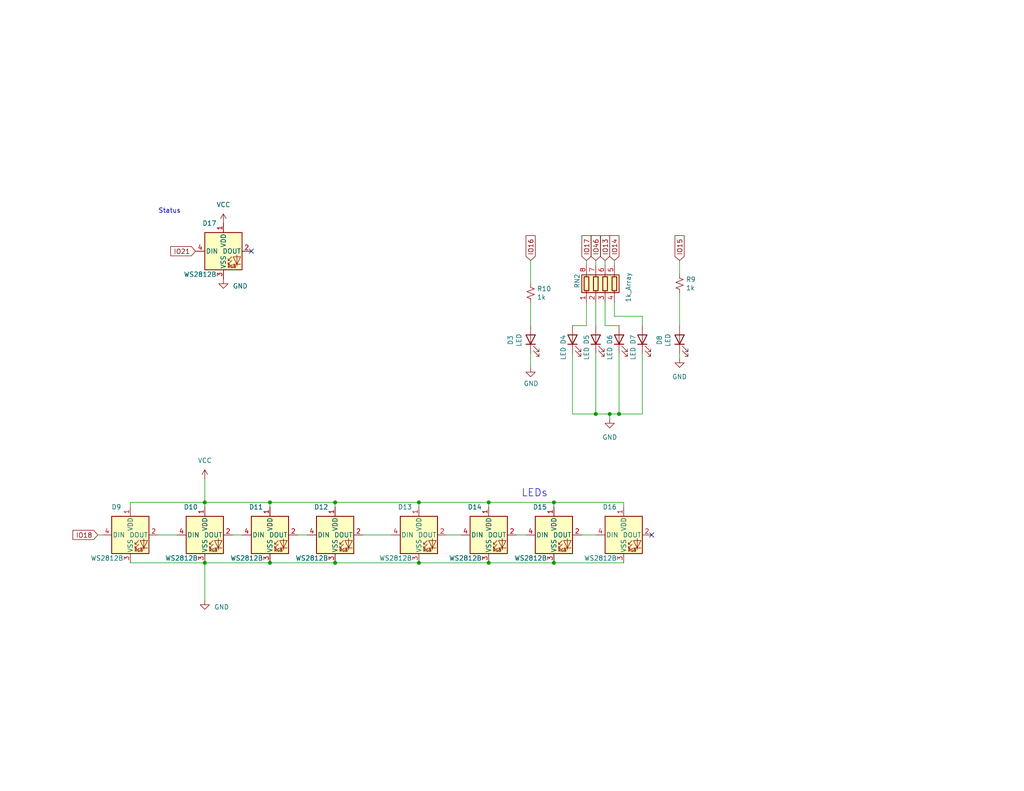
<source format=kicad_sch>
(kicad_sch
	(version 20250114)
	(generator "eeschema")
	(generator_version "9.0")
	(uuid "1aae15da-574e-489b-934d-fee7c2413f85")
	(paper "USLetter")
	(title_block
		(title "CactusCon")
		(date "2024-11-23")
		(rev "v2.2")
		(company "BadgePirates")
		(comment 1 "SPI TFT w/Touch")
		(comment 2 "Lipo Charger / 14500 Battery x2 / Fuel Guage")
		(comment 3 "USB to Serial Connector / MicroSD / Buzzer")
		(comment 4 "ESP32-S3 WROOM (WIFI/BTLE) - N16")
	)
	
	(text "LEDs"
		(exclude_from_sim no)
		(at 142.24 135.89 0)
		(effects
			(font
				(size 2.0066 2.0066)
			)
			(justify left bottom)
		)
		(uuid "6361b275-74c3-4205-9261-4bf97cce27ad")
	)
	(text "Status\n"
		(exclude_from_sim no)
		(at 43.18 58.42 0)
		(effects
			(font
				(size 1.27 1.27)
			)
			(justify left bottom)
		)
		(uuid "a14e45d2-329c-4f95-83d9-e4cc24918c0d")
	)
	(junction
		(at 55.88 153.67)
		(diameter 0)
		(color 0 0 0 0)
		(uuid "0226c4b0-d5c6-4af1-a22b-2e3e7b67af56")
	)
	(junction
		(at 151.13 153.67)
		(diameter 0)
		(color 0 0 0 0)
		(uuid "024ddac0-cedc-4874-be6b-a8121b04321a")
	)
	(junction
		(at 133.35 153.67)
		(diameter 0)
		(color 0 0 0 0)
		(uuid "17246025-ec7c-4a77-99c2-25bef6ca1aa0")
	)
	(junction
		(at 151.13 137.16)
		(diameter 0)
		(color 0 0 0 0)
		(uuid "1bb894e6-dd26-495d-a986-e01b4c13bf35")
	)
	(junction
		(at 114.3 153.67)
		(diameter 0)
		(color 0 0 0 0)
		(uuid "3482e039-5b28-4354-9b62-26e4a7b1d180")
	)
	(junction
		(at 55.88 137.16)
		(diameter 0)
		(color 0 0 0 0)
		(uuid "387c63ee-ac71-4b8c-bcad-8ecfc304799a")
	)
	(junction
		(at 114.3 137.16)
		(diameter 0)
		(color 0 0 0 0)
		(uuid "394d8dfd-b06f-47ef-81f1-357073823232")
	)
	(junction
		(at 168.91 113.03)
		(diameter 0)
		(color 0 0 0 0)
		(uuid "5dfa0894-2b99-4865-89d0-bcea4daf4c83")
	)
	(junction
		(at 73.66 137.16)
		(diameter 0)
		(color 0 0 0 0)
		(uuid "66cbcf7a-6014-4d7e-8845-6646f5c8262b")
	)
	(junction
		(at 162.56 113.03)
		(diameter 0)
		(color 0 0 0 0)
		(uuid "75a0f671-2c19-4aee-a150-da3fda0519c4")
	)
	(junction
		(at 73.66 153.67)
		(diameter 0)
		(color 0 0 0 0)
		(uuid "788e2ef5-3cd7-4c4b-9a51-25007413a91b")
	)
	(junction
		(at 166.37 113.03)
		(diameter 0)
		(color 0 0 0 0)
		(uuid "85b7c1f5-2975-4462-b7a8-9ca1645b6063")
	)
	(junction
		(at 91.44 153.67)
		(diameter 0)
		(color 0 0 0 0)
		(uuid "9164d13a-1257-4adc-8b31-87d953f54e11")
	)
	(junction
		(at 91.44 137.16)
		(diameter 0)
		(color 0 0 0 0)
		(uuid "e074303d-08f7-461b-bfec-c0e35ad52392")
	)
	(junction
		(at 133.35 137.16)
		(diameter 0)
		(color 0 0 0 0)
		(uuid "e7149169-484f-497a-95a3-a4a5ef6d02b7")
	)
	(no_connect
		(at 68.58 68.58)
		(uuid "c7557867-f622-4600-a220-e713514a34c7")
	)
	(no_connect
		(at 177.8 146.05)
		(uuid "cf729896-a1c0-4b17-b9dc-b4d727226a99")
	)
	(wire
		(pts
			(xy 55.88 153.67) (xy 55.88 163.83)
		)
		(stroke
			(width 0)
			(type default)
		)
		(uuid "028a2f15-cb96-47c7-9c8a-6fefff419a2a")
	)
	(wire
		(pts
			(xy 162.56 96.52) (xy 162.56 113.03)
		)
		(stroke
			(width 0)
			(type default)
		)
		(uuid "02e5d93b-7912-4aee-ad95-7623fb8082ed")
	)
	(wire
		(pts
			(xy 175.26 88.9) (xy 175.26 86.36)
		)
		(stroke
			(width 0)
			(type default)
		)
		(uuid "031b7128-9674-4121-a4fc-c31895e91d8e")
	)
	(wire
		(pts
			(xy 144.78 96.52) (xy 144.78 100.33)
		)
		(stroke
			(width 0)
			(type default)
		)
		(uuid "0a79f3c6-20a1-43aa-9ff2-971d7c6ab2c4")
	)
	(wire
		(pts
			(xy 158.75 146.05) (xy 162.56 146.05)
		)
		(stroke
			(width 0)
			(type default)
		)
		(uuid "0cffe7b6-e6fd-434a-94b9-5af82beaaf81")
	)
	(wire
		(pts
			(xy 55.88 153.67) (xy 35.56 153.67)
		)
		(stroke
			(width 0)
			(type default)
		)
		(uuid "0ecbfaaa-0b1a-4a49-b5ce-d2ebedcd2f12")
	)
	(wire
		(pts
			(xy 81.28 146.05) (xy 83.82 146.05)
		)
		(stroke
			(width 0)
			(type default)
		)
		(uuid "0f237d71-48b7-4612-8dce-34790a6af502")
	)
	(wire
		(pts
			(xy 55.88 153.67) (xy 73.66 153.67)
		)
		(stroke
			(width 0)
			(type default)
		)
		(uuid "0f67d3bb-7fa1-4d20-8a8d-7fd8b996d6e7")
	)
	(wire
		(pts
			(xy 160.02 71.12) (xy 160.02 72.39)
		)
		(stroke
			(width 0)
			(type default)
		)
		(uuid "19b8dc70-a678-4681-800f-09449fc7dc6c")
	)
	(wire
		(pts
			(xy 151.13 137.16) (xy 151.13 138.43)
		)
		(stroke
			(width 0)
			(type default)
		)
		(uuid "1a715a69-ad30-403b-9fec-4566a82cafc3")
	)
	(wire
		(pts
			(xy 133.35 137.16) (xy 151.13 137.16)
		)
		(stroke
			(width 0)
			(type default)
		)
		(uuid "1aff6eb3-ca63-42f6-a1d5-80e076558459")
	)
	(wire
		(pts
			(xy 55.88 130.81) (xy 55.88 137.16)
		)
		(stroke
			(width 0)
			(type default)
		)
		(uuid "1e488dbd-3940-4c2b-9e1c-720c8a6a1642")
	)
	(wire
		(pts
			(xy 91.44 137.16) (xy 114.3 137.16)
		)
		(stroke
			(width 0)
			(type default)
		)
		(uuid "23ba2f8a-0c8f-431c-b9b5-2fffd5a29509")
	)
	(wire
		(pts
			(xy 35.56 137.16) (xy 35.56 138.43)
		)
		(stroke
			(width 0)
			(type default)
		)
		(uuid "26cd7ba8-1a38-4df6-a119-6a2cfca163f8")
	)
	(wire
		(pts
			(xy 114.3 137.16) (xy 114.3 138.43)
		)
		(stroke
			(width 0)
			(type default)
		)
		(uuid "26fe151a-e863-4018-8602-c587ce1c1762")
	)
	(wire
		(pts
			(xy 185.42 71.12) (xy 185.42 74.93)
		)
		(stroke
			(width 0)
			(type default)
		)
		(uuid "29551cff-3c6f-4bb9-b18b-12002027cf0d")
	)
	(wire
		(pts
			(xy 168.91 113.03) (xy 166.37 113.03)
		)
		(stroke
			(width 0)
			(type default)
		)
		(uuid "2ab68a8f-0fcd-4d9a-a7ad-d9f164359e39")
	)
	(wire
		(pts
			(xy 55.88 137.16) (xy 73.66 137.16)
		)
		(stroke
			(width 0)
			(type default)
		)
		(uuid "2ada67d2-2369-4849-9404-de9e67b810f4")
	)
	(wire
		(pts
			(xy 165.1 71.12) (xy 165.1 72.39)
		)
		(stroke
			(width 0)
			(type default)
		)
		(uuid "3ba6bd84-d51c-4277-9724-371f45d3a415")
	)
	(wire
		(pts
			(xy 162.56 71.12) (xy 162.56 72.39)
		)
		(stroke
			(width 0)
			(type default)
		)
		(uuid "3e5b3f9a-af86-4dc4-8153-d706f1e10887")
	)
	(wire
		(pts
			(xy 170.18 137.16) (xy 170.18 138.43)
		)
		(stroke
			(width 0)
			(type default)
		)
		(uuid "42dae6ef-6651-41d1-aa04-8f35f09dac4b")
	)
	(wire
		(pts
			(xy 151.13 137.16) (xy 170.18 137.16)
		)
		(stroke
			(width 0)
			(type default)
		)
		(uuid "48cd7a70-6ff2-4631-b1e1-326d1375ccd7")
	)
	(wire
		(pts
			(xy 166.37 114.3) (xy 166.37 113.03)
		)
		(stroke
			(width 0)
			(type default)
		)
		(uuid "4a23c411-2e14-4ecb-a29e-14070887eda3")
	)
	(wire
		(pts
			(xy 99.06 146.05) (xy 106.68 146.05)
		)
		(stroke
			(width 0)
			(type default)
		)
		(uuid "51961859-4dd8-44b3-bcf8-df169a010127")
	)
	(wire
		(pts
			(xy 156.21 113.03) (xy 162.56 113.03)
		)
		(stroke
			(width 0)
			(type default)
		)
		(uuid "53bb848b-13cc-43e7-aefd-a67b59780eac")
	)
	(wire
		(pts
			(xy 55.88 137.16) (xy 55.88 138.43)
		)
		(stroke
			(width 0)
			(type default)
		)
		(uuid "59b8bb26-1702-4a13-8f32-c46c41dc51ec")
	)
	(wire
		(pts
			(xy 167.64 86.36) (xy 167.64 82.55)
		)
		(stroke
			(width 0)
			(type default)
		)
		(uuid "59cd2944-c888-43a7-84fd-fa94342356f1")
	)
	(wire
		(pts
			(xy 133.35 153.67) (xy 151.13 153.67)
		)
		(stroke
			(width 0)
			(type default)
		)
		(uuid "5a53d180-ff1d-413a-9dc1-88a73b8586bf")
	)
	(wire
		(pts
			(xy 144.78 71.12) (xy 144.78 77.47)
		)
		(stroke
			(width 0)
			(type default)
		)
		(uuid "6a3faea0-c72b-4b68-9d8b-ced9576e9907")
	)
	(wire
		(pts
			(xy 151.13 153.67) (xy 170.18 153.67)
		)
		(stroke
			(width 0)
			(type default)
		)
		(uuid "6ffe1a30-0b27-4597-beef-d9a4fc6311b4")
	)
	(wire
		(pts
			(xy 160.02 88.9) (xy 160.02 82.55)
		)
		(stroke
			(width 0)
			(type default)
		)
		(uuid "7bb17687-d064-4363-aa37-27e8f7db9142")
	)
	(wire
		(pts
			(xy 156.21 88.9) (xy 160.02 88.9)
		)
		(stroke
			(width 0)
			(type default)
		)
		(uuid "7f1870bf-0b92-4c85-a492-60a659781c19")
	)
	(wire
		(pts
			(xy 73.66 137.16) (xy 91.44 137.16)
		)
		(stroke
			(width 0)
			(type default)
		)
		(uuid "80fb091f-5b2c-4fee-bd2a-9907d9fd078e")
	)
	(wire
		(pts
			(xy 168.91 96.52) (xy 168.91 113.03)
		)
		(stroke
			(width 0)
			(type default)
		)
		(uuid "864c5e9b-d5a3-4545-bf62-a39f709ae801")
	)
	(wire
		(pts
			(xy 26.67 146.05) (xy 27.94 146.05)
		)
		(stroke
			(width 0)
			(type default)
		)
		(uuid "86e23df8-cc8f-4bf3-8086-bff99a13cb48")
	)
	(wire
		(pts
			(xy 73.66 137.16) (xy 73.66 138.43)
		)
		(stroke
			(width 0)
			(type default)
		)
		(uuid "8bf34b9f-4501-42ca-aa24-6b09da441b3e")
	)
	(wire
		(pts
			(xy 162.56 88.9) (xy 162.56 82.55)
		)
		(stroke
			(width 0)
			(type default)
		)
		(uuid "9716f7a9-223b-4493-8bde-60d91df0b317")
	)
	(wire
		(pts
			(xy 121.92 146.05) (xy 125.73 146.05)
		)
		(stroke
			(width 0)
			(type default)
		)
		(uuid "9f4979a0-16f8-480d-bb84-4bb0760f015f")
	)
	(wire
		(pts
			(xy 165.1 88.9) (xy 165.1 82.55)
		)
		(stroke
			(width 0)
			(type default)
		)
		(uuid "a64755a9-cea5-4b41-bf76-a4f4aa8bd324")
	)
	(wire
		(pts
			(xy 175.26 96.52) (xy 175.26 113.03)
		)
		(stroke
			(width 0)
			(type default)
		)
		(uuid "ac1963d5-2a6a-470e-af9b-9735a47cd6e3")
	)
	(wire
		(pts
			(xy 140.97 146.05) (xy 143.51 146.05)
		)
		(stroke
			(width 0)
			(type default)
		)
		(uuid "b9da30a0-1b2c-4839-b742-981243999c54")
	)
	(wire
		(pts
			(xy 43.18 146.05) (xy 48.26 146.05)
		)
		(stroke
			(width 0)
			(type default)
		)
		(uuid "b9f3b3f7-81a5-43ca-8ad4-5388fbd20b3f")
	)
	(wire
		(pts
			(xy 156.21 96.52) (xy 156.21 113.03)
		)
		(stroke
			(width 0)
			(type default)
		)
		(uuid "c07b7e91-b5e2-4d63-aae4-ff9ebbb04514")
	)
	(wire
		(pts
			(xy 133.35 137.16) (xy 133.35 138.43)
		)
		(stroke
			(width 0)
			(type default)
		)
		(uuid "c6b9124f-8772-4f09-aa39-f2eaec6c4d1d")
	)
	(wire
		(pts
			(xy 91.44 153.67) (xy 114.3 153.67)
		)
		(stroke
			(width 0)
			(type default)
		)
		(uuid "c793d637-e2e8-42e6-acd0-b1ee4bfc88dc")
	)
	(wire
		(pts
			(xy 162.56 113.03) (xy 166.37 113.03)
		)
		(stroke
			(width 0)
			(type default)
		)
		(uuid "c86e94bf-0aa2-4e98-aeb0-2b164585a6e6")
	)
	(wire
		(pts
			(xy 185.42 80.01) (xy 185.42 88.9)
		)
		(stroke
			(width 0)
			(type default)
		)
		(uuid "ca7eb1cd-6839-463d-ba96-b37c69c74191")
	)
	(wire
		(pts
			(xy 63.5 146.05) (xy 66.04 146.05)
		)
		(stroke
			(width 0)
			(type default)
		)
		(uuid "cf985f20-3f0e-4352-9b42-1fb22db8b47e")
	)
	(wire
		(pts
			(xy 185.42 96.52) (xy 185.42 97.79)
		)
		(stroke
			(width 0)
			(type default)
		)
		(uuid "da564293-58e1-4bcf-8a51-7d22a1db8de7")
	)
	(wire
		(pts
			(xy 114.3 153.67) (xy 133.35 153.67)
		)
		(stroke
			(width 0)
			(type default)
		)
		(uuid "db865b79-05b3-4747-b080-62aacb477552")
	)
	(wire
		(pts
			(xy 73.66 153.67) (xy 91.44 153.67)
		)
		(stroke
			(width 0)
			(type default)
		)
		(uuid "df4cd7af-e3f9-4892-9e72-3e956ed6b6d7")
	)
	(wire
		(pts
			(xy 55.88 137.16) (xy 35.56 137.16)
		)
		(stroke
			(width 0)
			(type default)
		)
		(uuid "e5b5e3f5-c7dd-49c2-aad1-742b598f5102")
	)
	(wire
		(pts
			(xy 175.26 86.36) (xy 167.64 86.36)
		)
		(stroke
			(width 0)
			(type default)
		)
		(uuid "e5b66469-9b3d-4089-92fd-958176b9307c")
	)
	(wire
		(pts
			(xy 144.78 88.9) (xy 144.78 82.55)
		)
		(stroke
			(width 0)
			(type default)
		)
		(uuid "e5ea80e6-d26c-429e-807a-c3b010cce02c")
	)
	(wire
		(pts
			(xy 91.44 138.43) (xy 91.44 137.16)
		)
		(stroke
			(width 0)
			(type default)
		)
		(uuid "e6f73f4e-adb5-495a-ba9a-21c7aa32690b")
	)
	(wire
		(pts
			(xy 167.64 71.12) (xy 167.64 72.39)
		)
		(stroke
			(width 0)
			(type default)
		)
		(uuid "e79e6aef-11f4-484d-8419-b76277b7b1c8")
	)
	(wire
		(pts
			(xy 114.3 137.16) (xy 133.35 137.16)
		)
		(stroke
			(width 0)
			(type default)
		)
		(uuid "f688f554-c732-4653-8409-8c891dcffacb")
	)
	(wire
		(pts
			(xy 168.91 88.9) (xy 165.1 88.9)
		)
		(stroke
			(width 0)
			(type default)
		)
		(uuid "f6d5593a-9f3a-45e1-add2-32e8122db588")
	)
	(wire
		(pts
			(xy 168.91 113.03) (xy 175.26 113.03)
		)
		(stroke
			(width 0)
			(type default)
		)
		(uuid "ff2bc85f-69b4-4e9f-a424-fe7392265cc0")
	)
	(global_label "IO13"
		(shape input)
		(at 165.1 71.12 90)
		(fields_autoplaced yes)
		(effects
			(font
				(size 1.27 1.27)
			)
			(justify left)
		)
		(uuid "05add9e3-1b9d-455a-ba73-4430522b786f")
		(property "Intersheetrefs" "${INTERSHEET_REFS}"
			(at 165.0206 64.3526 90)
			(effects
				(font
					(size 1.27 1.27)
				)
				(justify left)
				(hide yes)
			)
		)
	)
	(global_label "IO46"
		(shape input)
		(at 162.56 71.12 90)
		(fields_autoplaced yes)
		(effects
			(font
				(size 1.27 1.27)
			)
			(justify left)
		)
		(uuid "3dc09077-0dae-4b1d-ab27-2b56fa4a35ee")
		(property "Intersheetrefs" "${INTERSHEET_REFS}"
			(at 162.56 64.4347 90)
			(effects
				(font
					(size 1.27 1.27)
				)
				(justify left)
				(hide yes)
			)
		)
	)
	(global_label "IO15"
		(shape input)
		(at 185.42 71.12 90)
		(fields_autoplaced yes)
		(effects
			(font
				(size 1.27 1.27)
			)
			(justify left)
		)
		(uuid "4863bad9-723e-4556-b6cd-613efe61a394")
		(property "Intersheetrefs" "${INTERSHEET_REFS}"
			(at 185.42 64.5141 90)
			(effects
				(font
					(size 1.27 1.27)
				)
				(justify left)
				(hide yes)
			)
		)
	)
	(global_label "IO16"
		(shape input)
		(at 144.78 71.12 90)
		(fields_autoplaced yes)
		(effects
			(font
				(size 1.27 1.27)
			)
			(justify left)
		)
		(uuid "9c3e9c74-8752-49ae-88f6-3b8652ee2678")
		(property "Intersheetrefs" "${INTERSHEET_REFS}"
			(at 144.78 64.4347 90)
			(effects
				(font
					(size 1.27 1.27)
				)
				(justify left)
				(hide yes)
			)
		)
	)
	(global_label "IO17"
		(shape input)
		(at 160.02 71.12 90)
		(fields_autoplaced yes)
		(effects
			(font
				(size 1.27 1.27)
			)
			(justify left)
		)
		(uuid "a5bd57a1-1952-4eb5-837a-b363b3c94dd1")
		(property "Intersheetrefs" "${INTERSHEET_REFS}"
			(at 160.02 64.4347 90)
			(effects
				(font
					(size 1.27 1.27)
				)
				(justify left)
				(hide yes)
			)
		)
	)
	(global_label "IO18"
		(shape input)
		(at 26.67 146.05 180)
		(fields_autoplaced yes)
		(effects
			(font
				(size 1.27 1.27)
			)
			(justify right)
		)
		(uuid "af635e36-b0b7-48c7-9baf-5b6d3c56989f")
		(property "Intersheetrefs" "${INTERSHEET_REFS}"
			(at 19.9026 145.9706 0)
			(effects
				(font
					(size 1.27 1.27)
				)
				(justify right)
				(hide yes)
			)
		)
	)
	(global_label "IO21"
		(shape input)
		(at 53.34 68.58 180)
		(fields_autoplaced yes)
		(effects
			(font
				(size 1.27 1.27)
			)
			(justify right)
		)
		(uuid "b44e5f57-7d39-454c-adca-b3c225f73e52")
		(property "Intersheetrefs" "${INTERSHEET_REFS}"
			(at 46.6547 68.58 0)
			(effects
				(font
					(size 1.27 1.27)
				)
				(justify right)
				(hide yes)
			)
		)
	)
	(global_label "IO14"
		(shape input)
		(at 167.64 71.12 90)
		(fields_autoplaced yes)
		(effects
			(font
				(size 1.27 1.27)
			)
			(justify left)
		)
		(uuid "d874dc34-7ac9-40aa-98c4-5d9013bb56cb")
		(property "Intersheetrefs" "${INTERSHEET_REFS}"
			(at 167.64 64.5141 90)
			(effects
				(font
					(size 1.27 1.27)
				)
				(justify left)
				(hide yes)
			)
		)
	)
	(symbol
		(lib_id "BadgePirates:LED_RGB_WS2812B")
		(at 55.88 146.05 0)
		(unit 1)
		(exclude_from_sim no)
		(in_bom yes)
		(on_board yes)
		(dnp no)
		(uuid "04be021e-a3c6-4a0e-8216-dcb665946119")
		(property "Reference" "D10"
			(at 52.07 138.43 0)
			(effects
				(font
					(size 1.27 1.27)
				)
			)
		)
		(property "Value" "WS2812B"
			(at 49.53 152.4 0)
			(effects
				(font
					(size 1.27 1.27)
				)
			)
		)
		(property "Footprint" "BadgePirates:LED_WS2812B_PLCC4_5.0x5.0mm_P3.2mm"
			(at 57.15 153.67 0)
			(effects
				(font
					(size 1.27 1.27)
				)
				(justify left top)
				(hide yes)
			)
		)
		(property "Datasheet" "https://cdn-shop.adafruit.com/datasheets/WS2812B.pdf"
			(at 58.42 155.575 0)
			(effects
				(font
					(size 1.27 1.27)
				)
				(justify left top)
				(hide yes)
			)
		)
		(property "Description" ""
			(at 55.88 146.05 0)
			(effects
				(font
					(size 1.27 1.27)
				)
				(hide yes)
			)
		)
		(property "OrderURL" ""
			(at 55.88 146.05 0)
			(effects
				(font
					(size 1.27 1.27)
				)
				(hide yes)
			)
		)
		(property "MFG" "Worldsemi"
			(at 55.88 146.05 0)
			(effects
				(font
					(size 1.27 1.27)
				)
				(hide yes)
			)
		)
		(property "MFG_PN" "WS2812B-B/T"
			(at 55.88 146.05 0)
			(effects
				(font
					(size 1.27 1.27)
				)
				(hide yes)
			)
		)
		(property "Vendor1" "LCSC"
			(at 55.88 146.05 0)
			(effects
				(font
					(size 1.27 1.27)
				)
				(hide yes)
			)
		)
		(property "Vendor1_PN" "C2761795"
			(at 55.88 146.05 0)
			(effects
				(font
					(size 1.27 1.27)
				)
				(hide yes)
			)
		)
		(property "Vendor1_URL" "https://www.lcsc.com/product-detail/Light-Emitting-Diodes-LED_Worldsemi-WS2812B-B-T_C2761795.html"
			(at 55.88 146.05 0)
			(effects
				(font
					(size 1.27 1.27)
				)
				(hide yes)
			)
		)
		(pin "1"
			(uuid "137430cf-8918-4d50-ba72-a221f7f5193d")
		)
		(pin "2"
			(uuid "d224b598-6780-4ef0-be91-26150ec7d03f")
		)
		(pin "3"
			(uuid "355bdeaf-18b8-4716-860e-a52c973c89bf")
		)
		(pin "4"
			(uuid "5525fcb5-b63a-4eb7-9a9b-b970b9db37b2")
		)
		(instances
			(project "Project-RTV"
				(path "/76a22395-5d2d-4f66-8191-432f65fdc4ac/3c34205f-0c14-4e66-b000-3f846d3d7657"
					(reference "D10")
					(unit 1)
				)
			)
		)
	)
	(symbol
		(lib_id "power:VCC")
		(at 55.88 130.81 0)
		(unit 1)
		(exclude_from_sim no)
		(in_bom yes)
		(on_board yes)
		(dnp no)
		(fields_autoplaced yes)
		(uuid "08cc2da0-ad97-47b6-8319-6e845c866458")
		(property "Reference" "#PWR019"
			(at 55.88 134.62 0)
			(effects
				(font
					(size 1.27 1.27)
				)
				(hide yes)
			)
		)
		(property "Value" "VCC"
			(at 55.88 125.73 0)
			(effects
				(font
					(size 1.27 1.27)
				)
			)
		)
		(property "Footprint" ""
			(at 55.88 130.81 0)
			(effects
				(font
					(size 1.27 1.27)
				)
				(hide yes)
			)
		)
		(property "Datasheet" ""
			(at 55.88 130.81 0)
			(effects
				(font
					(size 1.27 1.27)
				)
				(hide yes)
			)
		)
		(property "Description" ""
			(at 55.88 130.81 0)
			(effects
				(font
					(size 1.27 1.27)
				)
				(hide yes)
			)
		)
		(pin "1"
			(uuid "0490d943-da65-49ca-b96f-344f0929e059")
		)
		(instances
			(project "Project-RTV"
				(path "/76a22395-5d2d-4f66-8191-432f65fdc4ac/3c34205f-0c14-4e66-b000-3f846d3d7657"
					(reference "#PWR019")
					(unit 1)
				)
			)
		)
	)
	(symbol
		(lib_id "BadgePirates:LED_RGB_WS2812B")
		(at 73.66 146.05 0)
		(unit 1)
		(exclude_from_sim no)
		(in_bom yes)
		(on_board yes)
		(dnp no)
		(uuid "19f31c2f-da1c-4fdf-9cc9-eb442a644924")
		(property "Reference" "D11"
			(at 69.85 138.43 0)
			(effects
				(font
					(size 1.27 1.27)
				)
			)
		)
		(property "Value" "WS2812B"
			(at 67.31 152.4 0)
			(effects
				(font
					(size 1.27 1.27)
				)
			)
		)
		(property "Footprint" "BadgePirates:LED_WS2812B_PLCC4_5.0x5.0mm_P3.2mm"
			(at 74.93 153.67 0)
			(effects
				(font
					(size 1.27 1.27)
				)
				(justify left top)
				(hide yes)
			)
		)
		(property "Datasheet" "https://cdn-shop.adafruit.com/datasheets/WS2812B.pdf"
			(at 76.2 155.575 0)
			(effects
				(font
					(size 1.27 1.27)
				)
				(justify left top)
				(hide yes)
			)
		)
		(property "Description" ""
			(at 73.66 146.05 0)
			(effects
				(font
					(size 1.27 1.27)
				)
				(hide yes)
			)
		)
		(property "OrderURL" ""
			(at 73.66 146.05 0)
			(effects
				(font
					(size 1.27 1.27)
				)
				(hide yes)
			)
		)
		(property "MFG" "Worldsemi"
			(at 73.66 146.05 0)
			(effects
				(font
					(size 1.27 1.27)
				)
				(hide yes)
			)
		)
		(property "MFG_PN" "WS2812B-B/T"
			(at 73.66 146.05 0)
			(effects
				(font
					(size 1.27 1.27)
				)
				(hide yes)
			)
		)
		(property "Vendor1" "LCSC"
			(at 73.66 146.05 0)
			(effects
				(font
					(size 1.27 1.27)
				)
				(hide yes)
			)
		)
		(property "Vendor1_PN" "C2761795"
			(at 73.66 146.05 0)
			(effects
				(font
					(size 1.27 1.27)
				)
				(hide yes)
			)
		)
		(property "Vendor1_URL" "https://www.lcsc.com/product-detail/Light-Emitting-Diodes-LED_Worldsemi-WS2812B-B-T_C2761795.html"
			(at 73.66 146.05 0)
			(effects
				(font
					(size 1.27 1.27)
				)
				(hide yes)
			)
		)
		(pin "1"
			(uuid "225a5879-45ce-4d77-900a-c7fa472b944b")
		)
		(pin "2"
			(uuid "a91bbe2b-02ae-4123-907c-64e0d8f6a212")
		)
		(pin "3"
			(uuid "4b9d2ae6-034a-40f0-947c-85ad524fba90")
		)
		(pin "4"
			(uuid "499dd61e-22a2-4d2e-bc8d-445c23c16426")
		)
		(instances
			(project "Project-RTV"
				(path "/76a22395-5d2d-4f66-8191-432f65fdc4ac/3c34205f-0c14-4e66-b000-3f846d3d7657"
					(reference "D11")
					(unit 1)
				)
			)
		)
	)
	(symbol
		(lib_id "BadgePirates:LED_Yellow_ReverseMount_Gullwing")
		(at 168.91 92.71 90)
		(unit 1)
		(exclude_from_sim no)
		(in_bom yes)
		(on_board yes)
		(dnp no)
		(uuid "1d9f44ba-19ad-4754-a745-138f73133be8")
		(property "Reference" "D6"
			(at 166.37 92.71 0)
			(effects
				(font
					(size 1.27 1.27)
				)
			)
		)
		(property "Value" "LED"
			(at 166.37 96.52 0)
			(effects
				(font
					(size 1.27 1.27)
				)
			)
		)
		(property "Footprint" "BadgePirates:LED_Osram_Lx_P47F_D2mm_ReverseMount_Proper_Mask Only"
			(at 168.91 92.71 0)
			(effects
				(font
					(size 1.27 1.27)
				)
				(hide yes)
			)
		)
		(property "Datasheet" "https://www.mouser.com/datasheet/2/216/AA3528SYCKT09-1602219.pdf"
			(at 168.91 92.71 0)
			(effects
				(font
					(size 1.27 1.27)
				)
				(hide yes)
			)
		)
		(property "Description" ""
			(at 168.91 92.71 0)
			(effects
				(font
					(size 1.27 1.27)
				)
				(hide yes)
			)
		)
		(property "OrderURL" ""
			(at 168.91 92.71 0)
			(effects
				(font
					(size 1.27 1.27)
				)
				(hide yes)
			)
		)
		(property "MFG" "KingBright"
			(at 168.91 92.71 0)
			(effects
				(font
					(size 1.27 1.27)
				)
				(hide yes)
			)
		)
		(property "MFG_PN" "AA3528SYCKT09"
			(at 168.91 92.71 0)
			(effects
				(font
					(size 1.27 1.27)
				)
				(hide yes)
			)
		)
		(property "Vendor1" "Mouser"
			(at 168.91 92.71 0)
			(effects
				(font
					(size 1.27 1.27)
				)
				(hide yes)
			)
		)
		(property "Vendor1_PN" "604-AA3528SYCKT09"
			(at 168.91 92.71 0)
			(effects
				(font
					(size 1.27 1.27)
				)
				(hide yes)
			)
		)
		(property "Vendor1_URL" "https://www.mouser.com/ProductDetail/Kingbright/AA3528SYCKT09?qs=PzGy0jfpSMsmUm0ELhsFuQ%3D%3D"
			(at 168.91 92.71 0)
			(effects
				(font
					(size 1.27 1.27)
				)
				(hide yes)
			)
		)
		(pin "1"
			(uuid "38fb5134-36da-49e7-8255-73623b822ca7")
		)
		(pin "2"
			(uuid "0a6446c6-9c39-4a59-9f3c-1d52cb002056")
		)
		(instances
			(project "Project-RTV"
				(path "/76a22395-5d2d-4f66-8191-432f65fdc4ac/3c34205f-0c14-4e66-b000-3f846d3d7657"
					(reference "D6")
					(unit 1)
				)
			)
		)
	)
	(symbol
		(lib_id "BadgePirates:R_1k_1206")
		(at 185.42 77.47 0)
		(unit 1)
		(exclude_from_sim no)
		(in_bom yes)
		(on_board yes)
		(dnp no)
		(uuid "1dda0978-7c1e-4984-ad63-a85c08b4f7e7")
		(property "Reference" "R9"
			(at 187.1472 76.3016 0)
			(effects
				(font
					(size 1.27 1.27)
				)
				(justify left)
			)
		)
		(property "Value" "1k"
			(at 187.1472 78.613 0)
			(effects
				(font
					(size 1.27 1.27)
				)
				(justify left)
			)
		)
		(property "Footprint" "BadgePirates:R_1206_3216Metric"
			(at 185.42 77.47 0)
			(effects
				(font
					(size 1.27 1.27)
				)
				(hide yes)
			)
		)
		(property "Datasheet" "https://datasheet.lcsc.com/lcsc/1810231210_YAGEO-RC1206FR-071KL_C131398.pdf"
			(at 185.42 77.47 0)
			(effects
				(font
					(size 1.27 1.27)
				)
				(hide yes)
			)
		)
		(property "Description" ""
			(at 185.42 77.47 0)
			(effects
				(font
					(size 1.27 1.27)
				)
				(hide yes)
			)
		)
		(property "OrderURL" ""
			(at 185.42 77.47 0)
			(effects
				(font
					(size 1.27 1.27)
				)
				(hide yes)
			)
		)
		(property "MFG" "YAGEO"
			(at 185.42 77.47 0)
			(effects
				(font
					(size 1.27 1.27)
				)
				(hide yes)
			)
		)
		(property "MFG_PN" "RC1206FR-071KL"
			(at 185.42 77.47 0)
			(effects
				(font
					(size 1.27 1.27)
				)
				(hide yes)
			)
		)
		(property "Vendor1" "LCSC"
			(at 185.42 77.47 0)
			(effects
				(font
					(size 1.27 1.27)
				)
				(hide yes)
			)
		)
		(property "Vendor1_PN" "C131398"
			(at 185.42 77.47 0)
			(effects
				(font
					(size 1.27 1.27)
				)
				(hide yes)
			)
		)
		(property "Vendor1_URL" "https://www.lcsc.com/product-detail/Chip-Resistor-Surface-Mount_YAGEO-RC1206FR-071KL_C131398.html"
			(at 185.42 77.47 0)
			(effects
				(font
					(size 1.27 1.27)
				)
				(hide yes)
			)
		)
		(pin "1"
			(uuid "846fead1-b3ab-4567-ae37-0089ea8afb82")
		)
		(pin "2"
			(uuid "cb9dcd0b-9def-4e49-92b0-6def6f2318aa")
		)
		(instances
			(project "Project-RTV"
				(path "/76a22395-5d2d-4f66-8191-432f65fdc4ac/3c34205f-0c14-4e66-b000-3f846d3d7657"
					(reference "R9")
					(unit 1)
				)
			)
		)
	)
	(symbol
		(lib_id "BadgePirates:LED_RGB_WS2812B")
		(at 170.18 146.05 0)
		(unit 1)
		(exclude_from_sim no)
		(in_bom yes)
		(on_board yes)
		(dnp no)
		(uuid "1df6043d-ef93-4d42-8ed0-23785306ec8d")
		(property "Reference" "D16"
			(at 166.37 138.43 0)
			(effects
				(font
					(size 1.27 1.27)
				)
			)
		)
		(property "Value" "WS2812B"
			(at 163.83 152.4 0)
			(effects
				(font
					(size 1.27 1.27)
				)
			)
		)
		(property "Footprint" "BadgePirates:LED_WS2812B_PLCC4_5.0x5.0mm_P3.2mm"
			(at 171.45 153.67 0)
			(effects
				(font
					(size 1.27 1.27)
				)
				(justify left top)
				(hide yes)
			)
		)
		(property "Datasheet" "https://cdn-shop.adafruit.com/datasheets/WS2812B.pdf"
			(at 172.72 155.575 0)
			(effects
				(font
					(size 1.27 1.27)
				)
				(justify left top)
				(hide yes)
			)
		)
		(property "Description" ""
			(at 170.18 146.05 0)
			(effects
				(font
					(size 1.27 1.27)
				)
				(hide yes)
			)
		)
		(property "OrderURL" ""
			(at 170.18 146.05 0)
			(effects
				(font
					(size 1.27 1.27)
				)
				(hide yes)
			)
		)
		(property "MFG" "Worldsemi"
			(at 170.18 146.05 0)
			(effects
				(font
					(size 1.27 1.27)
				)
				(hide yes)
			)
		)
		(property "MFG_PN" "WS2812B-B/T"
			(at 170.18 146.05 0)
			(effects
				(font
					(size 1.27 1.27)
				)
				(hide yes)
			)
		)
		(property "Vendor1" "LCSC"
			(at 170.18 146.05 0)
			(effects
				(font
					(size 1.27 1.27)
				)
				(hide yes)
			)
		)
		(property "Vendor1_PN" "C2761795"
			(at 170.18 146.05 0)
			(effects
				(font
					(size 1.27 1.27)
				)
				(hide yes)
			)
		)
		(property "Vendor1_URL" "https://www.lcsc.com/product-detail/Light-Emitting-Diodes-LED_Worldsemi-WS2812B-B-T_C2761795.html"
			(at 170.18 146.05 0)
			(effects
				(font
					(size 1.27 1.27)
				)
				(hide yes)
			)
		)
		(pin "1"
			(uuid "11f08e91-7c61-4330-88cb-09d609505533")
		)
		(pin "2"
			(uuid "7d98bbac-3795-41a8-86e3-814ba4784c62")
		)
		(pin "3"
			(uuid "e54050c4-cf0a-45ec-b9e0-e7910ae17054")
		)
		(pin "4"
			(uuid "d2d268fa-c289-4c29-8bf4-d588abfbeb81")
		)
		(instances
			(project "CC14"
				(path "/76a22395-5d2d-4f66-8191-432f65fdc4ac/3c34205f-0c14-4e66-b000-3f846d3d7657"
					(reference "D16")
					(unit 1)
				)
			)
		)
	)
	(symbol
		(lib_id "power:GND")
		(at 60.96 76.2 0)
		(unit 1)
		(exclude_from_sim no)
		(in_bom yes)
		(on_board yes)
		(dnp no)
		(fields_autoplaced yes)
		(uuid "2062c743-43d0-4d02-bfa8-b6f6b2f3aaa7")
		(property "Reference" "#PWR036"
			(at 60.96 82.55 0)
			(effects
				(font
					(size 1.27 1.27)
				)
				(hide yes)
			)
		)
		(property "Value" "GND"
			(at 63.5 78.105 0)
			(effects
				(font
					(size 1.27 1.27)
				)
				(justify left)
			)
		)
		(property "Footprint" ""
			(at 60.96 76.2 0)
			(effects
				(font
					(size 1.27 1.27)
				)
				(hide yes)
			)
		)
		(property "Datasheet" ""
			(at 60.96 76.2 0)
			(effects
				(font
					(size 1.27 1.27)
				)
				(hide yes)
			)
		)
		(property "Description" ""
			(at 60.96 76.2 0)
			(effects
				(font
					(size 1.27 1.27)
				)
				(hide yes)
			)
		)
		(pin "1"
			(uuid "b7374bbd-8f0e-4d37-8a2b-da3e81c5e0f6")
		)
		(instances
			(project "Project-RTV"
				(path "/76a22395-5d2d-4f66-8191-432f65fdc4ac/3c34205f-0c14-4e66-b000-3f846d3d7657"
					(reference "#PWR036")
					(unit 1)
				)
			)
		)
	)
	(symbol
		(lib_id "BadgePirates:LED_Yellow_ReverseMount_Gullwing")
		(at 185.42 92.71 90)
		(unit 1)
		(exclude_from_sim no)
		(in_bom yes)
		(on_board yes)
		(dnp no)
		(uuid "22bc14f2-8f2a-456f-be25-4ce76e55a941")
		(property "Reference" "D8"
			(at 179.9082 92.8878 0)
			(effects
				(font
					(size 1.27 1.27)
				)
			)
		)
		(property "Value" "LED"
			(at 182.2196 92.8878 0)
			(effects
				(font
					(size 1.27 1.27)
				)
			)
		)
		(property "Footprint" "BadgePirates:LED_Osram_Lx_P47F_D2mm_ReverseMount_Proper_Mask Only"
			(at 185.42 92.71 0)
			(effects
				(font
					(size 1.27 1.27)
				)
				(hide yes)
			)
		)
		(property "Datasheet" "https://www.mouser.com/datasheet/2/216/AA3528SYCKT09-1602219.pdf"
			(at 185.42 92.71 0)
			(effects
				(font
					(size 1.27 1.27)
				)
				(hide yes)
			)
		)
		(property "Description" ""
			(at 185.42 92.71 0)
			(effects
				(font
					(size 1.27 1.27)
				)
				(hide yes)
			)
		)
		(property "OrderURL" ""
			(at 185.42 92.71 0)
			(effects
				(font
					(size 1.27 1.27)
				)
				(hide yes)
			)
		)
		(property "MFG" "KingBright"
			(at 185.42 92.71 0)
			(effects
				(font
					(size 1.27 1.27)
				)
				(hide yes)
			)
		)
		(property "MFG_PN" "AA3528SYCKT09"
			(at 185.42 92.71 0)
			(effects
				(font
					(size 1.27 1.27)
				)
				(hide yes)
			)
		)
		(property "Vendor1" "Mouser"
			(at 185.42 92.71 0)
			(effects
				(font
					(size 1.27 1.27)
				)
				(hide yes)
			)
		)
		(property "Vendor1_PN" "604-AA3528SYCKT09"
			(at 185.42 92.71 0)
			(effects
				(font
					(size 1.27 1.27)
				)
				(hide yes)
			)
		)
		(property "Vendor1_URL" "https://www.mouser.com/ProductDetail/Kingbright/AA3528SYCKT09?qs=PzGy0jfpSMsmUm0ELhsFuQ%3D%3D"
			(at 185.42 92.71 0)
			(effects
				(font
					(size 1.27 1.27)
				)
				(hide yes)
			)
		)
		(pin "1"
			(uuid "97a6a157-25e3-4488-9c07-d3ca00ad024d")
		)
		(pin "2"
			(uuid "9f8f810d-7609-491d-84a5-34a8d372ef10")
		)
		(instances
			(project "Project-RTV"
				(path "/76a22395-5d2d-4f66-8191-432f65fdc4ac/3c34205f-0c14-4e66-b000-3f846d3d7657"
					(reference "D8")
					(unit 1)
				)
			)
		)
	)
	(symbol
		(lib_id "BadgePirates:R_1k_1206")
		(at 144.78 80.01 0)
		(unit 1)
		(exclude_from_sim no)
		(in_bom yes)
		(on_board yes)
		(dnp no)
		(uuid "2889baec-ef88-4413-9372-e55340e81b47")
		(property "Reference" "R10"
			(at 146.5072 78.8416 0)
			(effects
				(font
					(size 1.27 1.27)
				)
				(justify left)
			)
		)
		(property "Value" "1k"
			(at 146.5072 81.153 0)
			(effects
				(font
					(size 1.27 1.27)
				)
				(justify left)
			)
		)
		(property "Footprint" "BadgePirates:R_1206_3216Metric"
			(at 144.78 80.01 0)
			(effects
				(font
					(size 1.27 1.27)
				)
				(hide yes)
			)
		)
		(property "Datasheet" "https://datasheet.lcsc.com/lcsc/1810231210_YAGEO-RC1206FR-071KL_C131398.pdf"
			(at 144.78 80.01 0)
			(effects
				(font
					(size 1.27 1.27)
				)
				(hide yes)
			)
		)
		(property "Description" ""
			(at 144.78 80.01 0)
			(effects
				(font
					(size 1.27 1.27)
				)
				(hide yes)
			)
		)
		(property "OrderURL" ""
			(at 144.78 80.01 0)
			(effects
				(font
					(size 1.27 1.27)
				)
				(hide yes)
			)
		)
		(property "MFG" "YAGEO"
			(at 144.78 80.01 0)
			(effects
				(font
					(size 1.27 1.27)
				)
				(hide yes)
			)
		)
		(property "MFG_PN" "RC1206FR-071KL"
			(at 144.78 80.01 0)
			(effects
				(font
					(size 1.27 1.27)
				)
				(hide yes)
			)
		)
		(property "Vendor1" "LCSC"
			(at 144.78 80.01 0)
			(effects
				(font
					(size 1.27 1.27)
				)
				(hide yes)
			)
		)
		(property "Vendor1_PN" "C131398"
			(at 144.78 80.01 0)
			(effects
				(font
					(size 1.27 1.27)
				)
				(hide yes)
			)
		)
		(property "Vendor1_URL" "https://www.lcsc.com/product-detail/Chip-Resistor-Surface-Mount_YAGEO-RC1206FR-071KL_C131398.html"
			(at 144.78 80.01 0)
			(effects
				(font
					(size 1.27 1.27)
				)
				(hide yes)
			)
		)
		(pin "1"
			(uuid "ef314626-4012-4de6-a731-5c44a0624b64")
		)
		(pin "2"
			(uuid "2c4a17d8-110a-4321-9614-7333dc0e7ad0")
		)
		(instances
			(project "Project-RTV"
				(path "/76a22395-5d2d-4f66-8191-432f65fdc4ac/3c34205f-0c14-4e66-b000-3f846d3d7657"
					(reference "R10")
					(unit 1)
				)
			)
		)
	)
	(symbol
		(lib_id "Device:LED")
		(at 144.78 92.71 90)
		(unit 1)
		(exclude_from_sim no)
		(in_bom yes)
		(on_board yes)
		(dnp no)
		(uuid "3be04726-798f-4c5b-b8af-ba102a2fcf03")
		(property "Reference" "D3"
			(at 139.2682 92.8878 0)
			(effects
				(font
					(size 1.27 1.27)
				)
			)
		)
		(property "Value" "LED"
			(at 141.5796 92.8878 0)
			(effects
				(font
					(size 1.27 1.27)
				)
			)
		)
		(property "Footprint" "BadgePirates:LED_Osram_Lx_P47F_D2mm_ReverseMount_Proper_Mask Only"
			(at 144.78 92.71 0)
			(effects
				(font
					(size 1.27 1.27)
				)
				(hide yes)
			)
		)
		(property "Datasheet" "https://www.mouser.com/datasheet/2/216/AA3528SYCKT09-1602219.pdf"
			(at 144.78 92.71 0)
			(effects
				(font
					(size 1.27 1.27)
				)
				(hide yes)
			)
		)
		(property "Description" ""
			(at 144.78 92.71 0)
			(effects
				(font
					(size 1.27 1.27)
				)
				(hide yes)
			)
		)
		(property "OrderURL" ""
			(at 144.78 92.71 0)
			(effects
				(font
					(size 1.27 1.27)
				)
				(hide yes)
			)
		)
		(property "MFG" "KingBright"
			(at 144.78 92.71 0)
			(effects
				(font
					(size 1.27 1.27)
				)
				(hide yes)
			)
		)
		(property "MFG_PN" "AA3528SYCKT09"
			(at 144.78 92.71 0)
			(effects
				(font
					(size 1.27 1.27)
				)
				(hide yes)
			)
		)
		(property "Vendor1" "Mouser"
			(at 144.78 92.71 0)
			(effects
				(font
					(size 1.27 1.27)
				)
				(hide yes)
			)
		)
		(property "Vendor1_PN" "604-AA3528SYCKT09"
			(at 144.78 92.71 0)
			(effects
				(font
					(size 1.27 1.27)
				)
				(hide yes)
			)
		)
		(property "Vendor1_URL" "https://www.mouser.com/ProductDetail/Kingbright/AA3528SYCKT09?qs=PzGy0jfpSMsmUm0ELhsFuQ%3D%3D"
			(at 144.78 92.71 0)
			(effects
				(font
					(size 1.27 1.27)
				)
				(hide yes)
			)
		)
		(pin "1"
			(uuid "320a7008-9dcb-4572-a71c-80b6edda1cea")
		)
		(pin "2"
			(uuid "613f62db-ffa5-43fa-923f-32cf8e0cc076")
		)
		(instances
			(project "Project-RTV"
				(path "/76a22395-5d2d-4f66-8191-432f65fdc4ac/3c34205f-0c14-4e66-b000-3f846d3d7657"
					(reference "D3")
					(unit 1)
				)
			)
		)
	)
	(symbol
		(lib_name "GND_1")
		(lib_id "power:GND")
		(at 185.42 97.79 0)
		(unit 1)
		(exclude_from_sim no)
		(in_bom yes)
		(on_board yes)
		(dnp no)
		(fields_autoplaced yes)
		(uuid "3d55d875-e69a-468d-9590-4aedf4c7ae0f")
		(property "Reference" "#PWR046"
			(at 185.42 104.14 0)
			(effects
				(font
					(size 1.27 1.27)
				)
				(hide yes)
			)
		)
		(property "Value" "GND"
			(at 185.42 102.87 0)
			(effects
				(font
					(size 1.27 1.27)
				)
			)
		)
		(property "Footprint" ""
			(at 185.42 97.79 0)
			(effects
				(font
					(size 1.27 1.27)
				)
				(hide yes)
			)
		)
		(property "Datasheet" ""
			(at 185.42 97.79 0)
			(effects
				(font
					(size 1.27 1.27)
				)
				(hide yes)
			)
		)
		(property "Description" ""
			(at 185.42 97.79 0)
			(effects
				(font
					(size 1.27 1.27)
				)
				(hide yes)
			)
		)
		(pin "1"
			(uuid "370dac72-fe9d-4fc7-99f6-5eac54a89645")
		)
		(instances
			(project "Project-RTV"
				(path "/76a22395-5d2d-4f66-8191-432f65fdc4ac/3c34205f-0c14-4e66-b000-3f846d3d7657"
					(reference "#PWR046")
					(unit 1)
				)
			)
		)
	)
	(symbol
		(lib_id "power:GND")
		(at 144.78 100.33 0)
		(unit 1)
		(exclude_from_sim no)
		(in_bom yes)
		(on_board yes)
		(dnp no)
		(uuid "4e1e6aa2-5a83-450d-be00-e63ec1811168")
		(property "Reference" "#PWR021"
			(at 144.78 106.68 0)
			(effects
				(font
					(size 1.27 1.27)
				)
				(hide yes)
			)
		)
		(property "Value" "GND"
			(at 144.907 104.7242 0)
			(effects
				(font
					(size 1.27 1.27)
				)
			)
		)
		(property "Footprint" ""
			(at 144.78 100.33 0)
			(effects
				(font
					(size 1.27 1.27)
				)
				(hide yes)
			)
		)
		(property "Datasheet" ""
			(at 144.78 100.33 0)
			(effects
				(font
					(size 1.27 1.27)
				)
				(hide yes)
			)
		)
		(property "Description" ""
			(at 144.78 100.33 0)
			(effects
				(font
					(size 1.27 1.27)
				)
				(hide yes)
			)
		)
		(pin "1"
			(uuid "7ce1b314-5cb2-441f-8b7b-a3d5c8f1095c")
		)
		(instances
			(project "Project-RTV"
				(path "/76a22395-5d2d-4f66-8191-432f65fdc4ac/3c34205f-0c14-4e66-b000-3f846d3d7657"
					(reference "#PWR021")
					(unit 1)
				)
			)
		)
	)
	(symbol
		(lib_id "BadgePirates:LED_RGB_WS2812B")
		(at 60.96 68.58 0)
		(unit 1)
		(exclude_from_sim no)
		(in_bom yes)
		(on_board yes)
		(dnp no)
		(uuid "69d6c782-96c8-4036-a2e2-3c32f8e3168d")
		(property "Reference" "D17"
			(at 57.15 60.96 0)
			(effects
				(font
					(size 1.27 1.27)
				)
			)
		)
		(property "Value" "WS2812B"
			(at 54.61 74.93 0)
			(effects
				(font
					(size 1.27 1.27)
				)
			)
		)
		(property "Footprint" "BadgePirates:LED_WS2812B_PLCC4_5.0x5.0mm_P3.2mm"
			(at 62.23 76.2 0)
			(effects
				(font
					(size 1.27 1.27)
				)
				(justify left top)
				(hide yes)
			)
		)
		(property "Datasheet" "https://cdn-shop.adafruit.com/datasheets/WS2812B.pdf"
			(at 63.5 78.105 0)
			(effects
				(font
					(size 1.27 1.27)
				)
				(justify left top)
				(hide yes)
			)
		)
		(property "Description" ""
			(at 60.96 68.58 0)
			(effects
				(font
					(size 1.27 1.27)
				)
				(hide yes)
			)
		)
		(property "OrderURL" ""
			(at 60.96 68.58 0)
			(effects
				(font
					(size 1.27 1.27)
				)
				(hide yes)
			)
		)
		(property "MFG" "Worldsemi"
			(at 60.96 68.58 0)
			(effects
				(font
					(size 1.27 1.27)
				)
				(hide yes)
			)
		)
		(property "MFG_PN" "WS2812B-B/T"
			(at 60.96 68.58 0)
			(effects
				(font
					(size 1.27 1.27)
				)
				(hide yes)
			)
		)
		(property "Vendor1" "LCSC"
			(at 60.96 68.58 0)
			(effects
				(font
					(size 1.27 1.27)
				)
				(hide yes)
			)
		)
		(property "Vendor1_PN" "C2761795"
			(at 60.96 68.58 0)
			(effects
				(font
					(size 1.27 1.27)
				)
				(hide yes)
			)
		)
		(property "Vendor1_URL" "https://www.lcsc.com/product-detail/Light-Emitting-Diodes-LED_Worldsemi-WS2812B-B-T_C2761795.html"
			(at 60.96 68.58 0)
			(effects
				(font
					(size 1.27 1.27)
				)
				(hide yes)
			)
		)
		(pin "1"
			(uuid "f2149e2e-8d51-416c-8859-ac57735f6b86")
		)
		(pin "2"
			(uuid "5c2db5eb-1c5f-415e-a6c4-721176f26855")
		)
		(pin "3"
			(uuid "dc1739f8-71bd-429b-9323-c8da7bc5bc8e")
		)
		(pin "4"
			(uuid "d2ee9e3f-f402-4a6f-889c-a174a9066bbf")
		)
		(instances
			(project "Project-RTV"
				(path "/76a22395-5d2d-4f66-8191-432f65fdc4ac/3c34205f-0c14-4e66-b000-3f846d3d7657"
					(reference "D17")
					(unit 1)
				)
			)
		)
	)
	(symbol
		(lib_id "BadgePirates:LED_RGB_WS2812B")
		(at 91.44 146.05 0)
		(unit 1)
		(exclude_from_sim no)
		(in_bom yes)
		(on_board yes)
		(dnp no)
		(uuid "70ec3259-143e-4cde-b511-d3f4e65182e5")
		(property "Reference" "D12"
			(at 87.63 138.43 0)
			(effects
				(font
					(size 1.27 1.27)
				)
			)
		)
		(property "Value" "WS2812B"
			(at 85.09 152.4 0)
			(effects
				(font
					(size 1.27 1.27)
				)
			)
		)
		(property "Footprint" "BadgePirates:LED_WS2812B_PLCC4_5.0x5.0mm_P3.2mm"
			(at 92.71 153.67 0)
			(effects
				(font
					(size 1.27 1.27)
				)
				(justify left top)
				(hide yes)
			)
		)
		(property "Datasheet" "https://cdn-shop.adafruit.com/datasheets/WS2812B.pdf"
			(at 93.98 155.575 0)
			(effects
				(font
					(size 1.27 1.27)
				)
				(justify left top)
				(hide yes)
			)
		)
		(property "Description" ""
			(at 91.44 146.05 0)
			(effects
				(font
					(size 1.27 1.27)
				)
				(hide yes)
			)
		)
		(property "OrderURL" ""
			(at 91.44 146.05 0)
			(effects
				(font
					(size 1.27 1.27)
				)
				(hide yes)
			)
		)
		(property "MFG" "Worldsemi"
			(at 91.44 146.05 0)
			(effects
				(font
					(size 1.27 1.27)
				)
				(hide yes)
			)
		)
		(property "MFG_PN" "WS2812B-B/T"
			(at 91.44 146.05 0)
			(effects
				(font
					(size 1.27 1.27)
				)
				(hide yes)
			)
		)
		(property "Vendor1" "LCSC"
			(at 91.44 146.05 0)
			(effects
				(font
					(size 1.27 1.27)
				)
				(hide yes)
			)
		)
		(property "Vendor1_PN" "C2761795"
			(at 91.44 146.05 0)
			(effects
				(font
					(size 1.27 1.27)
				)
				(hide yes)
			)
		)
		(property "Vendor1_URL" "https://www.lcsc.com/product-detail/Light-Emitting-Diodes-LED_Worldsemi-WS2812B-B-T_C2761795.html"
			(at 91.44 146.05 0)
			(effects
				(font
					(size 1.27 1.27)
				)
				(hide yes)
			)
		)
		(pin "1"
			(uuid "c96cf2b1-7d5f-44c6-b2ac-aba8461e0bd3")
		)
		(pin "2"
			(uuid "e585fbe9-679c-4bf8-8489-c1baf1f59b35")
		)
		(pin "3"
			(uuid "1008c95e-f04b-4345-8e11-dd2e0a9ec64e")
		)
		(pin "4"
			(uuid "f8a5502a-8511-480f-a03c-28642af4557e")
		)
		(instances
			(project "Project-RTV"
				(path "/76a22395-5d2d-4f66-8191-432f65fdc4ac/3c34205f-0c14-4e66-b000-3f846d3d7657"
					(reference "D12")
					(unit 1)
				)
			)
		)
	)
	(symbol
		(lib_id "power:VCC")
		(at 60.96 60.96 0)
		(unit 1)
		(exclude_from_sim no)
		(in_bom yes)
		(on_board yes)
		(dnp no)
		(fields_autoplaced yes)
		(uuid "8574c2e3-ef10-4d08-9fd7-bb3645b668d9")
		(property "Reference" "#PWR027"
			(at 60.96 64.77 0)
			(effects
				(font
					(size 1.27 1.27)
				)
				(hide yes)
			)
		)
		(property "Value" "VCC"
			(at 60.96 55.88 0)
			(effects
				(font
					(size 1.27 1.27)
				)
			)
		)
		(property "Footprint" ""
			(at 60.96 60.96 0)
			(effects
				(font
					(size 1.27 1.27)
				)
				(hide yes)
			)
		)
		(property "Datasheet" ""
			(at 60.96 60.96 0)
			(effects
				(font
					(size 1.27 1.27)
				)
				(hide yes)
			)
		)
		(property "Description" ""
			(at 60.96 60.96 0)
			(effects
				(font
					(size 1.27 1.27)
				)
				(hide yes)
			)
		)
		(pin "1"
			(uuid "37c4e768-a483-44c1-b69a-3cabbacdaee4")
		)
		(instances
			(project "Project-RTV"
				(path "/76a22395-5d2d-4f66-8191-432f65fdc4ac/3c34205f-0c14-4e66-b000-3f846d3d7657"
					(reference "#PWR027")
					(unit 1)
				)
			)
		)
	)
	(symbol
		(lib_id "BadgePirates:LED_Yellow_ReverseMount_Gullwing")
		(at 175.26 92.71 90)
		(unit 1)
		(exclude_from_sim no)
		(in_bom yes)
		(on_board yes)
		(dnp no)
		(uuid "86b2acea-d241-4631-8441-6888b117771d")
		(property "Reference" "D7"
			(at 172.72 92.71 0)
			(effects
				(font
					(size 1.27 1.27)
				)
			)
		)
		(property "Value" "LED"
			(at 172.72 96.52 0)
			(effects
				(font
					(size 1.27 1.27)
				)
			)
		)
		(property "Footprint" "BadgePirates:LED_Osram_Lx_P47F_D2mm_ReverseMount_Proper_Mask Only"
			(at 175.26 92.71 0)
			(effects
				(font
					(size 1.27 1.27)
				)
				(hide yes)
			)
		)
		(property "Datasheet" "https://www.mouser.com/datasheet/2/216/AA3528SYCKT09-1602219.pdf"
			(at 175.26 92.71 0)
			(effects
				(font
					(size 1.27 1.27)
				)
				(hide yes)
			)
		)
		(property "Description" ""
			(at 175.26 92.71 0)
			(effects
				(font
					(size 1.27 1.27)
				)
				(hide yes)
			)
		)
		(property "OrderURL" ""
			(at 175.26 92.71 0)
			(effects
				(font
					(size 1.27 1.27)
				)
				(hide yes)
			)
		)
		(property "MFG" "KingBright"
			(at 175.26 92.71 0)
			(effects
				(font
					(size 1.27 1.27)
				)
				(hide yes)
			)
		)
		(property "MFG_PN" "AA3528SYCKT09"
			(at 175.26 92.71 0)
			(effects
				(font
					(size 1.27 1.27)
				)
				(hide yes)
			)
		)
		(property "Vendor1" "Mouser"
			(at 175.26 92.71 0)
			(effects
				(font
					(size 1.27 1.27)
				)
				(hide yes)
			)
		)
		(property "Vendor1_PN" "604-AA3528SYCKT09"
			(at 175.26 92.71 0)
			(effects
				(font
					(size 1.27 1.27)
				)
				(hide yes)
			)
		)
		(property "Vendor1_URL" "https://www.mouser.com/ProductDetail/Kingbright/AA3528SYCKT09?qs=PzGy0jfpSMsmUm0ELhsFuQ%3D%3D"
			(at 175.26 92.71 0)
			(effects
				(font
					(size 1.27 1.27)
				)
				(hide yes)
			)
		)
		(pin "1"
			(uuid "f5f5cc21-4fb9-44e0-83bb-9a88ddd11f23")
		)
		(pin "2"
			(uuid "ab266d2c-5fef-4609-98fe-413a4ea1971d")
		)
		(instances
			(project "Project-RTV"
				(path "/76a22395-5d2d-4f66-8191-432f65fdc4ac/3c34205f-0c14-4e66-b000-3f846d3d7657"
					(reference "D7")
					(unit 1)
				)
			)
		)
	)
	(symbol
		(lib_id "BadgePirates:LED_RGB_WS2812B")
		(at 133.35 146.05 0)
		(unit 1)
		(exclude_from_sim no)
		(in_bom yes)
		(on_board yes)
		(dnp no)
		(uuid "9560ea76-c719-4b99-9ee5-674549e01099")
		(property "Reference" "D14"
			(at 129.54 138.43 0)
			(effects
				(font
					(size 1.27 1.27)
				)
			)
		)
		(property "Value" "WS2812B"
			(at 127 152.4 0)
			(effects
				(font
					(size 1.27 1.27)
				)
			)
		)
		(property "Footprint" "BadgePirates:LED_WS2812B_PLCC4_5.0x5.0mm_P3.2mm"
			(at 134.62 153.67 0)
			(effects
				(font
					(size 1.27 1.27)
				)
				(justify left top)
				(hide yes)
			)
		)
		(property "Datasheet" "https://cdn-shop.adafruit.com/datasheets/WS2812B.pdf"
			(at 135.89 155.575 0)
			(effects
				(font
					(size 1.27 1.27)
				)
				(justify left top)
				(hide yes)
			)
		)
		(property "Description" ""
			(at 133.35 146.05 0)
			(effects
				(font
					(size 1.27 1.27)
				)
				(hide yes)
			)
		)
		(property "OrderURL" ""
			(at 133.35 146.05 0)
			(effects
				(font
					(size 1.27 1.27)
				)
				(hide yes)
			)
		)
		(property "MFG" "Worldsemi"
			(at 133.35 146.05 0)
			(effects
				(font
					(size 1.27 1.27)
				)
				(hide yes)
			)
		)
		(property "MFG_PN" "WS2812B-B/T"
			(at 133.35 146.05 0)
			(effects
				(font
					(size 1.27 1.27)
				)
				(hide yes)
			)
		)
		(property "Vendor1" "LCSC"
			(at 133.35 146.05 0)
			(effects
				(font
					(size 1.27 1.27)
				)
				(hide yes)
			)
		)
		(property "Vendor1_PN" "C2761795"
			(at 133.35 146.05 0)
			(effects
				(font
					(size 1.27 1.27)
				)
				(hide yes)
			)
		)
		(property "Vendor1_URL" "https://www.lcsc.com/product-detail/Light-Emitting-Diodes-LED_Worldsemi-WS2812B-B-T_C2761795.html"
			(at 133.35 146.05 0)
			(effects
				(font
					(size 1.27 1.27)
				)
				(hide yes)
			)
		)
		(pin "1"
			(uuid "e6b1b578-26f9-45c1-aeb8-f0110b27b718")
		)
		(pin "2"
			(uuid "8e6e61fc-7fcf-4e3b-bdb3-e22317a128c0")
		)
		(pin "3"
			(uuid "24d869cf-1dfa-4285-9614-96102d02cdde")
		)
		(pin "4"
			(uuid "51dc98e5-e342-45ec-89d5-66935dd3366d")
		)
		(instances
			(project "Project-RTV"
				(path "/76a22395-5d2d-4f66-8191-432f65fdc4ac/3c34205f-0c14-4e66-b000-3f846d3d7657"
					(reference "D14")
					(unit 1)
				)
			)
		)
	)
	(symbol
		(lib_name "GND_1")
		(lib_id "power:GND")
		(at 166.37 114.3 0)
		(unit 1)
		(exclude_from_sim no)
		(in_bom yes)
		(on_board yes)
		(dnp no)
		(fields_autoplaced yes)
		(uuid "96ded2d1-029b-4742-ac6b-d848be0237c6")
		(property "Reference" "#PWR045"
			(at 166.37 120.65 0)
			(effects
				(font
					(size 1.27 1.27)
				)
				(hide yes)
			)
		)
		(property "Value" "GND"
			(at 166.37 119.38 0)
			(effects
				(font
					(size 1.27 1.27)
				)
			)
		)
		(property "Footprint" ""
			(at 166.37 114.3 0)
			(effects
				(font
					(size 1.27 1.27)
				)
				(hide yes)
			)
		)
		(property "Datasheet" ""
			(at 166.37 114.3 0)
			(effects
				(font
					(size 1.27 1.27)
				)
				(hide yes)
			)
		)
		(property "Description" ""
			(at 166.37 114.3 0)
			(effects
				(font
					(size 1.27 1.27)
				)
				(hide yes)
			)
		)
		(pin "1"
			(uuid "c56a8154-9ecb-485e-b00f-74c143cbbbe4")
		)
		(instances
			(project "Project-RTV"
				(path "/76a22395-5d2d-4f66-8191-432f65fdc4ac/3c34205f-0c14-4e66-b000-3f846d3d7657"
					(reference "#PWR045")
					(unit 1)
				)
			)
		)
	)
	(symbol
		(lib_id "BadgePirates:LED_RGB_WS2812B")
		(at 151.13 146.05 0)
		(unit 1)
		(exclude_from_sim no)
		(in_bom yes)
		(on_board yes)
		(dnp no)
		(uuid "b2e7c7ca-7182-442f-8541-35a8f0c8b423")
		(property "Reference" "D15"
			(at 147.32 138.43 0)
			(effects
				(font
					(size 1.27 1.27)
				)
			)
		)
		(property "Value" "WS2812B"
			(at 144.78 152.4 0)
			(effects
				(font
					(size 1.27 1.27)
				)
			)
		)
		(property "Footprint" "BadgePirates:LED_WS2812B_PLCC4_5.0x5.0mm_P3.2mm"
			(at 152.4 153.67 0)
			(effects
				(font
					(size 1.27 1.27)
				)
				(justify left top)
				(hide yes)
			)
		)
		(property "Datasheet" "https://cdn-shop.adafruit.com/datasheets/WS2812B.pdf"
			(at 153.67 155.575 0)
			(effects
				(font
					(size 1.27 1.27)
				)
				(justify left top)
				(hide yes)
			)
		)
		(property "Description" ""
			(at 151.13 146.05 0)
			(effects
				(font
					(size 1.27 1.27)
				)
				(hide yes)
			)
		)
		(property "OrderURL" ""
			(at 151.13 146.05 0)
			(effects
				(font
					(size 1.27 1.27)
				)
				(hide yes)
			)
		)
		(property "MFG" "Worldsemi"
			(at 151.13 146.05 0)
			(effects
				(font
					(size 1.27 1.27)
				)
				(hide yes)
			)
		)
		(property "MFG_PN" "WS2812B-B/T"
			(at 151.13 146.05 0)
			(effects
				(font
					(size 1.27 1.27)
				)
				(hide yes)
			)
		)
		(property "Vendor1" "LCSC"
			(at 151.13 146.05 0)
			(effects
				(font
					(size 1.27 1.27)
				)
				(hide yes)
			)
		)
		(property "Vendor1_PN" "C2761795"
			(at 151.13 146.05 0)
			(effects
				(font
					(size 1.27 1.27)
				)
				(hide yes)
			)
		)
		(property "Vendor1_URL" "https://www.lcsc.com/product-detail/Light-Emitting-Diodes-LED_Worldsemi-WS2812B-B-T_C2761795.html"
			(at 151.13 146.05 0)
			(effects
				(font
					(size 1.27 1.27)
				)
				(hide yes)
			)
		)
		(pin "1"
			(uuid "6c24096d-777f-46b3-8099-1bfbb92c1b15")
		)
		(pin "2"
			(uuid "f2f1e2b4-c628-4fe7-a364-75abc9e63f8a")
		)
		(pin "3"
			(uuid "1fc47b36-41ab-4d23-85ec-f1f7c72d3003")
		)
		(pin "4"
			(uuid "81716843-5ac4-40cb-93b5-798b6abc0e78")
		)
		(instances
			(project "CC14"
				(path "/76a22395-5d2d-4f66-8191-432f65fdc4ac/3c34205f-0c14-4e66-b000-3f846d3d7657"
					(reference "D15")
					(unit 1)
				)
			)
		)
	)
	(symbol
		(lib_id "BadgePirates:LED_Yellow_ReverseMount_Gullwing")
		(at 162.56 92.71 90)
		(unit 1)
		(exclude_from_sim no)
		(in_bom yes)
		(on_board yes)
		(dnp no)
		(uuid "c9a61bb2-3ed3-436c-ae30-d1e94e7d2711")
		(property "Reference" "D5"
			(at 160.02 92.71 0)
			(effects
				(font
					(size 1.27 1.27)
				)
			)
		)
		(property "Value" "LED"
			(at 160.02 96.52 0)
			(effects
				(font
					(size 1.27 1.27)
				)
			)
		)
		(property "Footprint" "BadgePirates:LED_Osram_Lx_P47F_D2mm_ReverseMount_Proper_Mask Only"
			(at 162.56 92.71 0)
			(effects
				(font
					(size 1.27 1.27)
				)
				(hide yes)
			)
		)
		(property "Datasheet" "https://www.mouser.com/datasheet/2/216/AA3528SYCKT09-1602219.pdf"
			(at 162.56 92.71 0)
			(effects
				(font
					(size 1.27 1.27)
				)
				(hide yes)
			)
		)
		(property "Description" ""
			(at 162.56 92.71 0)
			(effects
				(font
					(size 1.27 1.27)
				)
				(hide yes)
			)
		)
		(property "OrderURL" ""
			(at 162.56 92.71 0)
			(effects
				(font
					(size 1.27 1.27)
				)
				(hide yes)
			)
		)
		(property "MFG" "KingBright"
			(at 162.56 92.71 0)
			(effects
				(font
					(size 1.27 1.27)
				)
				(hide yes)
			)
		)
		(property "MFG_PN" "AA3528SYCKT09"
			(at 162.56 92.71 0)
			(effects
				(font
					(size 1.27 1.27)
				)
				(hide yes)
			)
		)
		(property "Vendor1" "Mouser"
			(at 162.56 92.71 0)
			(effects
				(font
					(size 1.27 1.27)
				)
				(hide yes)
			)
		)
		(property "Vendor1_PN" "604-AA3528SYCKT09"
			(at 162.56 92.71 0)
			(effects
				(font
					(size 1.27 1.27)
				)
				(hide yes)
			)
		)
		(property "Vendor1_URL" "https://www.mouser.com/ProductDetail/Kingbright/AA3528SYCKT09?qs=PzGy0jfpSMsmUm0ELhsFuQ%3D%3D"
			(at 162.56 92.71 0)
			(effects
				(font
					(size 1.27 1.27)
				)
				(hide yes)
			)
		)
		(pin "1"
			(uuid "13f27d44-e7a7-4baa-8d94-3bdb97f62114")
		)
		(pin "2"
			(uuid "3115de27-5a22-47d5-bb2e-c803c3dec91a")
		)
		(instances
			(project "Project-RTV"
				(path "/76a22395-5d2d-4f66-8191-432f65fdc4ac/3c34205f-0c14-4e66-b000-3f846d3d7657"
					(reference "D5")
					(unit 1)
				)
			)
		)
	)
	(symbol
		(lib_id "BadgePirates:LED_Yellow_ReverseMount_Gullwing")
		(at 156.21 92.71 90)
		(unit 1)
		(exclude_from_sim no)
		(in_bom yes)
		(on_board yes)
		(dnp no)
		(uuid "d082760e-dad0-40f1-ba86-a7d3d583cebe")
		(property "Reference" "D4"
			(at 153.67 92.71 0)
			(effects
				(font
					(size 1.27 1.27)
				)
			)
		)
		(property "Value" "LED"
			(at 153.67 96.52 0)
			(effects
				(font
					(size 1.27 1.27)
				)
			)
		)
		(property "Footprint" "BadgePirates:LED_Osram_Lx_P47F_D2mm_ReverseMount_Proper_Mask Only"
			(at 156.21 92.71 0)
			(effects
				(font
					(size 1.27 1.27)
				)
				(hide yes)
			)
		)
		(property "Datasheet" "https://www.mouser.com/datasheet/2/216/AA3528SYCKT09-1602219.pdf"
			(at 156.21 92.71 0)
			(effects
				(font
					(size 1.27 1.27)
				)
				(hide yes)
			)
		)
		(property "Description" ""
			(at 156.21 92.71 0)
			(effects
				(font
					(size 1.27 1.27)
				)
				(hide yes)
			)
		)
		(property "OrderURL" ""
			(at 156.21 92.71 0)
			(effects
				(font
					(size 1.27 1.27)
				)
				(hide yes)
			)
		)
		(property "MFG" "KingBright"
			(at 156.21 92.71 0)
			(effects
				(font
					(size 1.27 1.27)
				)
				(hide yes)
			)
		)
		(property "MFG_PN" "AA3528SYCKT09"
			(at 156.21 92.71 0)
			(effects
				(font
					(size 1.27 1.27)
				)
				(hide yes)
			)
		)
		(property "Vendor1" "Mouser"
			(at 156.21 92.71 0)
			(effects
				(font
					(size 1.27 1.27)
				)
				(hide yes)
			)
		)
		(property "Vendor1_PN" "604-AA3528SYCKT09"
			(at 156.21 92.71 0)
			(effects
				(font
					(size 1.27 1.27)
				)
				(hide yes)
			)
		)
		(property "Vendor1_URL" "https://www.mouser.com/ProductDetail/Kingbright/AA3528SYCKT09?qs=PzGy0jfpSMsmUm0ELhsFuQ%3D%3D"
			(at 156.21 92.71 0)
			(effects
				(font
					(size 1.27 1.27)
				)
				(hide yes)
			)
		)
		(pin "1"
			(uuid "88f480fb-c987-4908-8df1-1af5819ccf56")
		)
		(pin "2"
			(uuid "ccd294fa-f17b-4dad-8a19-4a8acc2ff420")
		)
		(instances
			(project "Project-RTV"
				(path "/76a22395-5d2d-4f66-8191-432f65fdc4ac/3c34205f-0c14-4e66-b000-3f846d3d7657"
					(reference "D4")
					(unit 1)
				)
			)
		)
	)
	(symbol
		(lib_id "Device:R_Pack04")
		(at 165.1 77.47 0)
		(unit 1)
		(exclude_from_sim no)
		(in_bom yes)
		(on_board yes)
		(dnp no)
		(uuid "d5023088-1d7b-44ed-aa87-59463cceea73")
		(property "Reference" "RN2"
			(at 157.48 78.74 90)
			(effects
				(font
					(size 1.27 1.27)
				)
				(justify left)
			)
		)
		(property "Value" "1k_Array"
			(at 171.45 82.55 90)
			(effects
				(font
					(size 1.27 1.27)
				)
				(justify left)
			)
		)
		(property "Footprint" "BadgePirates:R_Array_Convex_4x0603"
			(at 172.085 77.47 90)
			(effects
				(font
					(size 1.27 1.27)
				)
				(hide yes)
			)
		)
		(property "Datasheet" "https://datasheet.lcsc.com/lcsc/2304140030_YAGEO-YC164-JR-071KL_C93675.pdf"
			(at 165.1 77.47 0)
			(effects
				(font
					(size 1.27 1.27)
				)
				(hide yes)
			)
		)
		(property "Description" ""
			(at 165.1 77.47 0)
			(effects
				(font
					(size 1.27 1.27)
				)
				(hide yes)
			)
		)
		(property "OrderURL" ""
			(at 165.1 77.47 0)
			(effects
				(font
					(size 1.27 1.27)
				)
				(hide yes)
			)
		)
		(property "MFG" "YAGEO"
			(at 165.1 77.47 90)
			(effects
				(font
					(size 1.27 1.27)
				)
				(hide yes)
			)
		)
		(property "MFG_PN" "YC164-JR-071KL"
			(at 165.1 77.47 90)
			(effects
				(font
					(size 1.27 1.27)
				)
				(hide yes)
			)
		)
		(property "Vendor1" "LCSC"
			(at 165.1 77.47 90)
			(effects
				(font
					(size 1.27 1.27)
				)
				(hide yes)
			)
		)
		(property "Vendor1_PN" "C93675"
			(at 165.1 77.47 90)
			(effects
				(font
					(size 1.27 1.27)
				)
				(hide yes)
			)
		)
		(property "Vendor1_URL" "https://www.lcsc.com/product-detail/Resistor-Networks-Arrays_YAGEO-YC164-JR-071KL_C93675.html"
			(at 165.1 77.47 90)
			(effects
				(font
					(size 1.27 1.27)
				)
				(hide yes)
			)
		)
		(pin "1"
			(uuid "66f4a279-70c8-4847-a1ce-de9c0e69bbcb")
		)
		(pin "2"
			(uuid "c6793ddd-6aea-4161-933a-6fc734988a49")
		)
		(pin "3"
			(uuid "233126cc-b106-49dc-a87d-587b1255aec2")
		)
		(pin "4"
			(uuid "0fc40612-e864-4b1c-a5c6-ce9114465021")
		)
		(pin "5"
			(uuid "6c9ba9d3-d496-424d-9f05-7f8fbfbf5b97")
		)
		(pin "6"
			(uuid "272a0e0f-84ce-4148-9714-6a95a7da241b")
		)
		(pin "7"
			(uuid "797e93c7-645d-421e-b6a5-09c2df9577de")
		)
		(pin "8"
			(uuid "ce9e998e-ee81-4189-b1e8-ec8979b6c127")
		)
		(instances
			(project "Project-RTV"
				(path "/76a22395-5d2d-4f66-8191-432f65fdc4ac/3c34205f-0c14-4e66-b000-3f846d3d7657"
					(reference "RN2")
					(unit 1)
				)
			)
		)
	)
	(symbol
		(lib_id "BadgePirates:LED_RGB_WS2812B")
		(at 35.56 146.05 0)
		(unit 1)
		(exclude_from_sim no)
		(in_bom yes)
		(on_board yes)
		(dnp no)
		(uuid "edaca223-4d82-4383-a54f-63016284b32c")
		(property "Reference" "D9"
			(at 31.75 138.43 0)
			(effects
				(font
					(size 1.27 1.27)
				)
			)
		)
		(property "Value" "WS2812B"
			(at 29.21 152.4 0)
			(effects
				(font
					(size 1.27 1.27)
				)
			)
		)
		(property "Footprint" "BadgePirates:LED_WS2812B_PLCC4_5.0x5.0mm_P3.2mm"
			(at 36.83 153.67 0)
			(effects
				(font
					(size 1.27 1.27)
				)
				(justify left top)
				(hide yes)
			)
		)
		(property "Datasheet" "https://cdn-shop.adafruit.com/datasheets/WS2812B.pdf"
			(at 38.1 155.575 0)
			(effects
				(font
					(size 1.27 1.27)
				)
				(justify left top)
				(hide yes)
			)
		)
		(property "Description" ""
			(at 35.56 146.05 0)
			(effects
				(font
					(size 1.27 1.27)
				)
				(hide yes)
			)
		)
		(property "OrderURL" ""
			(at 35.56 146.05 0)
			(effects
				(font
					(size 1.27 1.27)
				)
				(hide yes)
			)
		)
		(property "MFG" "Worldsemi"
			(at 35.56 146.05 0)
			(effects
				(font
					(size 1.27 1.27)
				)
				(hide yes)
			)
		)
		(property "MFG_PN" "WS2812B-B/T"
			(at 35.56 146.05 0)
			(effects
				(font
					(size 1.27 1.27)
				)
				(hide yes)
			)
		)
		(property "Vendor1" "LCSC"
			(at 35.56 146.05 0)
			(effects
				(font
					(size 1.27 1.27)
				)
				(hide yes)
			)
		)
		(property "Vendor1_PN" "C2761795"
			(at 35.56 146.05 0)
			(effects
				(font
					(size 1.27 1.27)
				)
				(hide yes)
			)
		)
		(property "Vendor1_URL" "https://www.lcsc.com/product-detail/Light-Emitting-Diodes-LED_Worldsemi-WS2812B-B-T_C2761795.html"
			(at 35.56 146.05 0)
			(effects
				(font
					(size 1.27 1.27)
				)
				(hide yes)
			)
		)
		(pin "1"
			(uuid "d0dd2d89-b975-40bd-a332-c10b004ae295")
		)
		(pin "2"
			(uuid "068c9a02-778c-4499-8a4b-2e847a472be0")
		)
		(pin "3"
			(uuid "46b50eee-d6ce-4b96-9039-b46e3c2d3801")
		)
		(pin "4"
			(uuid "42ebb5d4-e024-4428-ad99-3fc57396d771")
		)
		(instances
			(project "Project-RTV"
				(path "/76a22395-5d2d-4f66-8191-432f65fdc4ac/3c34205f-0c14-4e66-b000-3f846d3d7657"
					(reference "D9")
					(unit 1)
				)
			)
		)
	)
	(symbol
		(lib_id "BadgePirates:LED_RGB_WS2812B")
		(at 114.3 146.05 0)
		(unit 1)
		(exclude_from_sim no)
		(in_bom yes)
		(on_board yes)
		(dnp no)
		(uuid "ee088314-09f3-4202-89b7-90d9202c9ab8")
		(property "Reference" "D13"
			(at 110.49 138.43 0)
			(effects
				(font
					(size 1.27 1.27)
				)
			)
		)
		(property "Value" "WS2812B"
			(at 107.95 152.4 0)
			(effects
				(font
					(size 1.27 1.27)
				)
			)
		)
		(property "Footprint" "BadgePirates:LED_WS2812B_PLCC4_5.0x5.0mm_P3.2mm"
			(at 115.57 153.67 0)
			(effects
				(font
					(size 1.27 1.27)
				)
				(justify left top)
				(hide yes)
			)
		)
		(property "Datasheet" "https://cdn-shop.adafruit.com/datasheets/WS2812B.pdf"
			(at 116.84 155.575 0)
			(effects
				(font
					(size 1.27 1.27)
				)
				(justify left top)
				(hide yes)
			)
		)
		(property "Description" ""
			(at 114.3 146.05 0)
			(effects
				(font
					(size 1.27 1.27)
				)
				(hide yes)
			)
		)
		(property "OrderURL" ""
			(at 114.3 146.05 0)
			(effects
				(font
					(size 1.27 1.27)
				)
				(hide yes)
			)
		)
		(property "MFG" "Worldsemi"
			(at 114.3 146.05 0)
			(effects
				(font
					(size 1.27 1.27)
				)
				(hide yes)
			)
		)
		(property "MFG_PN" "WS2812B-B/T"
			(at 114.3 146.05 0)
			(effects
				(font
					(size 1.27 1.27)
				)
				(hide yes)
			)
		)
		(property "Vendor1" "LCSC"
			(at 114.3 146.05 0)
			(effects
				(font
					(size 1.27 1.27)
				)
				(hide yes)
			)
		)
		(property "Vendor1_PN" "C2761795"
			(at 114.3 146.05 0)
			(effects
				(font
					(size 1.27 1.27)
				)
				(hide yes)
			)
		)
		(property "Vendor1_URL" "https://www.lcsc.com/product-detail/Light-Emitting-Diodes-LED_Worldsemi-WS2812B-B-T_C2761795.html"
			(at 114.3 146.05 0)
			(effects
				(font
					(size 1.27 1.27)
				)
				(hide yes)
			)
		)
		(pin "1"
			(uuid "d6ccf518-8dfa-4588-b11f-058dbf7df2dd")
		)
		(pin "2"
			(uuid "20bf8fe3-6c1d-4e82-9d8b-ec8f9c8863b0")
		)
		(pin "3"
			(uuid "54c64d82-971d-4de0-8f86-2ad7bf736a42")
		)
		(pin "4"
			(uuid "8fc2f22a-80f3-4f5a-8c1a-4b05a71b8b63")
		)
		(instances
			(project "Project-RTV"
				(path "/76a22395-5d2d-4f66-8191-432f65fdc4ac/3c34205f-0c14-4e66-b000-3f846d3d7657"
					(reference "D13")
					(unit 1)
				)
			)
		)
	)
	(symbol
		(lib_id "power:GND")
		(at 55.88 163.83 0)
		(unit 1)
		(exclude_from_sim no)
		(in_bom yes)
		(on_board yes)
		(dnp no)
		(fields_autoplaced yes)
		(uuid "fc22bfad-a384-4fee-b21b-9d0074e6ff26")
		(property "Reference" "#PWR020"
			(at 55.88 170.18 0)
			(effects
				(font
					(size 1.27 1.27)
				)
				(hide yes)
			)
		)
		(property "Value" "GND"
			(at 58.42 165.735 0)
			(effects
				(font
					(size 1.27 1.27)
				)
				(justify left)
			)
		)
		(property "Footprint" ""
			(at 55.88 163.83 0)
			(effects
				(font
					(size 1.27 1.27)
				)
				(hide yes)
			)
		)
		(property "Datasheet" ""
			(at 55.88 163.83 0)
			(effects
				(font
					(size 1.27 1.27)
				)
				(hide yes)
			)
		)
		(property "Description" ""
			(at 55.88 163.83 0)
			(effects
				(font
					(size 1.27 1.27)
				)
				(hide yes)
			)
		)
		(pin "1"
			(uuid "a113712b-f57f-421d-a37b-a4dda7836333")
		)
		(instances
			(project "Project-RTV"
				(path "/76a22395-5d2d-4f66-8191-432f65fdc4ac/3c34205f-0c14-4e66-b000-3f846d3d7657"
					(reference "#PWR020")
					(unit 1)
				)
			)
		)
	)
)
R020")
					(unit 1)
				)
			)
		)
	)
)

</source>
